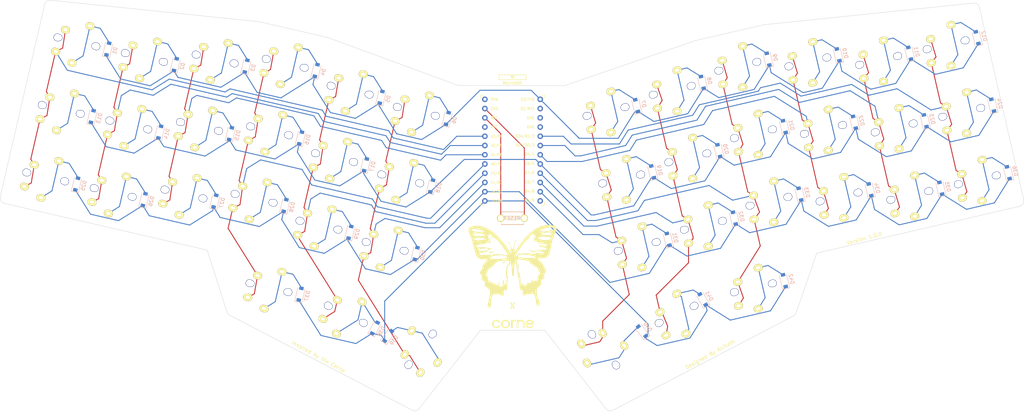
<source format=kicad_pcb>
(kicad_pcb (version 20211014) (generator pcbnew)
  (title_block (title "The Butterfly Keyboard") (date "2023-05-09") (rev "1.0.0"))
  (layers (0 "F.Cu" signal) (31 "B.Cu" signal) (34 "B.Paste" user) (35 "F.Paste" user) (36 "B.SilkS" user "B.Silkscreen") (37 "F.SilkS" user "F.Silkscreen") (38 "B.Mask" user) (39 "F.Mask" user) (44 "Edge.Cuts" user))
  (net 0 "")
  (net 1 "Net-(D1-Pad2)")
  (net 2 "Net-(D2-Pad2)")
  (net 3 "Net-(D3-Pad2)")
  (net 4 "Net-(D4-Pad2)")
  (net 5 "Net-(D5-Pad2)")
  (net 6 "Net-(D6-Pad2)")
  (net 7 "Net-(D7-Pad2)")
  (net 8 "Net-(D8-Pad2)")
  (net 9 "Net-(D9-Pad2)")
  (net 10 "Net-(D10-Pad2)")
  (net 11 "Net-(D11-Pad2)")
  (net 12 "Net-(D12-Pad2)")
  (net 13 "Net-(D13-Pad2)")
  (net 14 "Net-(D14-Pad2)")
  (net 15 "Net-(D15-Pad2)")
  (net 16 "Net-(D16-Pad2)")
  (net 17 "Net-(D17-Pad2)")
  (net 18 "Net-(D18-Pad2)")
  (net 19 "Net-(D19-Pad2)")
  (net 20 "Net-(D20-Pad2)")
  (net 21 "Net-(D21-Pad2)")
  (net 22 "Net-(D22-Pad2)")
  (net 23 "Net-(D23-Pad2)")
  (net 24 "Net-(D24-Pad2)")
  (net 25 "row3")
  (net 26 "Net-(D25-Pad2)")
  (net 27 "Net-(D26-Pad2)")
  (net 28 "Net-(D27-Pad2)")
  (net 29 "Net-(D28-Pad2)")
  (net 30 "Net-(D29-Pad2)")
  (net 31 "Net-(D30-Pad2)")
  (net 32 "Net-(D31-Pad2)")
  (net 33 "Net-(D32-Pad2)")
  (net 34 "Net-(D33-Pad2)")
  (net 35 "Net-(D34-Pad2)")
  (net 36 "Net-(D35-Pad2)")
  (net 37 "Net-(D36-Pad2)")
  (net 38 "Net-(D37-Pad2)")
  (net 39 "Net-(D38-Pad2)")
  (net 40 "Net-(D39-Pad2)")
  (net 41 "Net-(D40-Pad2)")
  (net 42 "Net-(D41-Pad2)")
  (net 43 "Net-(D42-Pad2)")
  (net 44 "col1")
  (net 45 "col2")
  (net 46 "col3")
  (net 47 "col4")
  (net 48 "col5")
  (net 49 "col6")
  (net 50 "Net-(SW1-Pad1)")
  (net 51 "Net-(SW1-Pad2)")
  (net 55 "row4")
  (net 56 "col7")
  (net 57 "col8")
  (net 58 "col9")
  (net 59 "col10")
  (net 60 "col11")
  (net 61 "col12")
  (net 62 "row1")
  (net 65 "row2")
  (footprint "kbd:CherryMX_Choc_1u" (layer "F.Cu") (at 247.275596 86.456694 13)
    (fp_text reference "MX21" hide)
    (fp_text value "MX-NoLED" hide)
  )
  (footprint "kbd:CherryMX_Choc_1u" (layer "F.Cu") (at 224.964194 74.50048 13)
    (fp_text reference "MX8" hide)
    (fp_text value "MX-NoLED" hide)
  )
  (footprint "kbd:CherryMX_Choc_1u" (layer "F.Cu") (at 61.245126 61.192487 -13)
    (fp_text reference "MX1" hide)
    (fp_text value "MX-NoLED" hide)
  )
  (footprint "kbd:CherryMX_Choc_1u" (layer "F.Cu") (at 206.759554 80.33261 13)
    (fp_text reference "MX7" hide)
    (fp_text value "MX-NoLED" hide)
  )
  (footprint "kbd:CherryMX_Choc_1u" (layer "F.Cu") (at 52.674489 98.315987 -13)
    (fp_text reference "MX25" hide)
    (fp_text value "MX-NoLED" hide)
  )
  (footprint "kbd:CherryMX_Choc_1u" (layer "F.Cu") (at 127.814264 111.590227 -13)
    (fp_text reference "MX29" hide)
    (fp_text value "MX-NoLED" hide)
  )
  (footprint "kbd:CherryMX_Choc_1u" (layer "F.Cu") (at 109.966733 104.211284 -13)
    (fp_text reference "MX28" hide)
    (fp_text value "MX-NoLED" hide)
  )
  (footprint "kbd:CherryMX_Choc_1.5u" (layer "F.Cu") (at 155.773272 145.742454 52)
    (fp_text reference "MX39" hide)
    (fp_text value "MX-NoLED" hide)
  )
  (footprint "kbd:CherryMX_Choc_1u" (layer "F.Cu") (at 90.690763 103.01959 -13)
    (fp_text reference "MX27" hide)
    (fp_text value "MX-NoLED" hide)
  )
  (footprint "kbd:CherryMX_Choc_1u" (layer "F.Cu") (at 304.56784 80.561397 13)
    (fp_text reference "MX24" hide)
    (fp_text value "MX-NoLED" hide)
  )
  (footprint "kbd:CherryMX_Choc_1u" (layer "F.Cu") (at 262.266248 66.703251 13)
    (fp_text reference "MX10" hide)
    (fp_text value "MX-NoLED" hide)
  )
  (footprint "kbd:corne-logo-horizontal" (layer "F.Cu") (at 181.283284 138.853969)
    (fp_text reference "G***" hide)
    (fp_text value "LOGO" hide)
  )
  (footprint "kbd:CherryMX_Choc_1u" (layer "F.Cu") (at 135.189226 136.10248 -26)
    (fp_text reference "MX38" hide)
    (fp_text value "MX-NoLED" hide)
  )
  (footprint "kbd:CherryMX_Choc_1u" (layer "F.Cu") (at 154.589538 80.298857 -13)
    (fp_text reference "MX6" hide)
    (fp_text value "MX-NoLED" hide)
  )
  (footprint "kbd:CherryMX_Choc_1u" (layer "F.Cu") (at 79.806875 65.477806 -13)
    (fp_text reference "MX2" hide)
    (fp_text value "MX-NoLED" hide)
  )
  (footprint "kbd:CherryMX_Choc_1u" (layer "F.Cu") (at 114.252051 85.649534 -13)
    (fp_text reference "MX16" hide)
    (fp_text value "MX-NoLED" hide)
  )
  (footprint "kbd:CherryMX_Choc_1u" (layer "F.Cu") (at 300.282522 61.999647 13)
    (fp_text reference "MX12" hide)
    (fp_text value "MX-NoLED" hide)
  )
  (footprint "Graphics:butterfly_small" (layer "F.Cu") (at 181.029284 122.851969)
    (fp_text reference "Butterfly" hide)
    (fp_text value "X")
  )
  (footprint "kbd:CherryMX_Choc_1u" (layer "F.Cu") (at 146.018903 117.422356 -13)
    (fp_text reference "MX30" hide)
    (fp_text value "MX-NoLED" hide)
  )
  (footprint "kbd:CherryMX_Choc_1u" (layer "F.Cu") (at 266.551566 85.265001 13)
    (fp_text reference "MX22" hide)
    (fp_text value "MX-NoLED" hide)
  )
  (footprint "kbd:CherryMX_Choc_1u" (layer "F.Cu") (at 136.384899 74.466727 -13)
    (fp_text reference "MX5" hide)
    (fp_text value "MX-NoLED" hide)
  )
  (footprint "kbd:CherryMX_Choc_1u" (layer "F.Cu") (at 211.044871 98.89436 13)
    (fp_text reference "MX19" hide)
    (fp_text value "MX-NoLED" hide)
  )
  (footprint "kbd:CherryMX_Choc_1u" (layer "F.Cu") (at 226.159866 136.136233 26)
    (fp_text reference "MX41" hide)
    (fp_text value "MX-NoLED" hide)
  )
  (footprint "kbd:CherryMX_Choc_1u" (layer "F.Cu") (at 251.560914 105.018444 13)
    (fp_text reference "MX33" hide)
    (fp_text value "MX-NoLED" hide)
  )
  (footprint "kbd:ResetSW" (layer "F.Cu") (at 181.044578 109.671024 180)
    (fp_text reference "SW1" hide)
    (fp_text value "SW_PUSH")
  )
  (footprint "kbd:ProMicro_v3" (layer "F.Cu") (at 181.044578 91.464774)
    (fp_text reference "U1" hide)
    (fp_text value "ProMicro_r" hide)
  )
  (footprint "kbd:CherryMX_Choc_1u" (layer "F.Cu") (at 290.291408 103.408465 13)
    (fp_text reference "MX35" hide)
    (fp_text value "MX-NoLED" hide)
  )
  (footprint "kbd:CherryMX_Choc_1u" (layer "F.Cu") (at 132.09958 93.028477 -13)
    (fp_text reference "MX17" hide)
    (fp_text value "MX-NoLED" hide)
  )
  (footprint "kbd:CherryMX_Choc_1u" (layer "F.Cu") (at 270.836883 103.826751 13)
    (fp_text reference "MX34" hide)
    (fp_text value "MX-NoLED" hide)
  )
  (footprint "kbd:CherryMX_Choc_1u" (layer "F.Cu") (at 286.00609 84.846715 13)
    (fp_text reference "MX23" hide)
    (fp_text value "MX-NoLED" hide)
  )
  (footprint "kbd:CherryMX_Choc_1u" (layer "F.Cu") (at 281.720772 66.284965 13)
    (fp_text reference "MX11" hide)
    (fp_text value "MX-NoLED" hide)
  )
  (footprint "kbd:CherryMX_Choc_1u" (layer "F.Cu") (at 308.853157 99.123147 13)
    (fp_text reference "MX36" hide)
    (fp_text value "MX-NoLED" hide)
  )
  (footprint "kbd:CherryMX_Choc_1u" (layer "F.Cu") (at 75.521557 84.039554 -13)
    (fp_text reference "MX14" hide)
    (fp_text value "MX-NoLED" hide)
  )
  (footprint "kbd:CherryMX_Choc_1u" (layer "F.Cu") (at 215.330189 117.45611 13)
    (fp_text reference "MX31" hide)
    (fp_text value "MX-NoLED" hide)
  )
  (footprint "kbd:CherryMX_Choc_1u" (layer "F.Cu") (at 118.537368 67.087783 -13)
    (fp_text reference "MX4" hide)
    (fp_text value "MX-NoLED" hide)
  )
  (footprint "kbd:CherryMX_Choc_1u" (layer "F.Cu") (at 94.976082 84.457842 -13)
    (fp_text reference "MX15" hide)
    (fp_text value "MX-NoLED" hide)
  )
  (footprint "kbd:CherryMX_Choc_1u" (layer "F.Cu") (at 71.23624 102.601305 -13)
    (fp_text reference "MX26" hide)
    (fp_text value "MX-NoLED" hide)
  )
  (footprint "kbd:CherryMX_Choc_1u" (layer "F.Cu") (at 229.249511 93.06223 13)
    (fp_text reference "MX20" hide)
    (fp_text value "MX-NoLED" hide)
  )
  (footprint "kbd:CherryMX_Choc_1u" (layer "F.Cu") (at 56.959808 79.754238 -13)
    (fp_text reference "MX13" hide)
    (fp_text value "MX-NoLED" hide)
  )
  (footprint "kbd:CherryMX_Choc_1u" (layer "F.Cu") (at 150.304221 98.860607 -13)
    (fp_text reference "MX18" hide)
    (fp_text value "MX-NoLED" hide)
  )
  (footprint "kbd:CherryMX_Choc_1u" (layer "F.Cu") (at 242.990279 67.894944 13)
    (fp_text reference "MX9" hide)
    (fp_text value "MX-NoLED" hide)
  )
  (footprint "kbd:CherryMX_Choc_1u" (layer "F.Cu") (at 99.261399 65.896092 -13)
    (fp_text reference "MX3" hide)
    (fp_text value "MX-NoLED" hide)
  )
  (footprint "kbd:CherryMX_Choc_1u" (layer "F.Cu") (at 233.534829 111.62398 13)
    (fp_text reference "MX32" hide)
    (fp_text value "MX-NoLED" hide)
  )
  (footprint "kbd:CherryMX_Choc_1.5u" (layer "F.Cu") (at 206.175284 145.838969 -52)
    (fp_text reference "MX40" hide)
    (fp_text value "MX-NoLED" hide)
  )
  (footprint "kbd:CherryMX_Choc_1u" (layer "F.Cu") (at 247.279576 128.816477 13)
    (fp_text reference "MX42" hide)
    (fp_text value "MX-NoLED" hide)
  )
  (footprint "kbd:CherryMX_Choc_1u" (layer "F.Cu") (at 114.069515 128.782724 -13)
    (fp_text reference "MX37" hide)
    (fp_text value "MX-NoLED" hide)
  )
  (footprint "Diode_SMD:D_SOD-123" (layer "B.Cu") (at 127.044837 69.051888 77)
    (fp_text reference "D4")
    (fp_text value "D_Small")
  )
  (footprint "Diode_SMD:D_SOD-123" (layer "B.Cu") (at 242.042298 109.659876 103)
    (fp_text reference "D32")
    (fp_text value "D_Small")
  )
  (footprint "Diode_SMD:D_SOD-123" (layer "B.Cu") (at 255.783065 84.49259 103)
    (fp_text reference "D21")
    (fp_text value "D_Small")
  )
  (footprint "Diode_SMD:D_SOD-123" (layer "B.Cu") (at 219.55234 96.930256 103)
    (fp_text reference "D19")
    (fp_text value "D_Small")
  )
  (footprint "Diode_SMD:D_SOD-123" (layer "B.Cu") (at 290.228241 64.320861 103)
    (fp_text reference "D11")
    (fp_text value "D_Small")
  )
  (footprint "Diode_SMD:D_SOD-123" (layer "B.Cu") (at 215.152827 78.720722 103)
    (fp_text reference "D7")
    (fp_text value "D_Small")
  )
  (footprint "Diode_SMD:D_SOD-123" (layer "B.Cu") (at 154.526372 119.386461 77)
    (fp_text reference "D30")
    (fp_text value "D_Small")
  )
  (footprint "Diode_SMD:D_SOD-123" (layer "B.Cu") (at 294.513559 82.882611 103)
    (fp_text reference "D23")
    (fp_text value "D_Small")
  )
  (footprint "Diode_SMD:D_SOD-123" (layer "B.Cu") (at 144.892366 76.430831 77)
    (fp_text reference "D5")
    (fp_text value "D_Small")
  )
  (footprint "Diode_SMD:D_SOD-123" (layer "B.Cu") (at 313.075308 78.597293 103)
    (fp_text reference "D24")
    (fp_text value "D_Small")
  )
  (footprint "Diode_SMD:D_SOD-123" (layer "B.Cu") (at 317.360626 97.159043 103)
    (fp_text reference "D36")
    (fp_text value "D_Small")
  )
  (footprint "Diode_SMD:D_SOD-123" (layer "B.Cu") (at 216.64125 140.777665 128)
    (fp_text reference "D40")
    (fp_text value "D_Small")
  )
  (footprint "Diode_SMD:D_SOD-123" (layer "B.Cu") (at 143.182496 139.870395 63)
    (fp_text reference "D38")
    (fp_text value "D_Small")
  )
  (footprint "Diode_SMD:D_SOD-123" (layer "B.Cu") (at 308.789991 60.035544 103)
    (fp_text reference "D12")
    (fp_text value "D_Small")
  )
  (footprint "Diode_SMD:D_SOD-123" (layer "B.Cu") (at 99.198233 104.983695 77)
    (fp_text reference "D27")
    (fp_text value "D_Small")
  )
  (footprint "Diode_SMD:D_SOD-123" (layer "B.Cu") (at 122.759519 87.613637 77)
    (fp_text reference "D16")
    (fp_text value "D_Small")
  )
  (footprint "Diode_SMD:D_SOD-123" (layer "B.Cu") (at 136.321732 113.554329 77)
    (fp_text reference "D29")
    (fp_text value "D_Small")
  )
  (footprint "Diode_SMD:D_SOD-123" (layer "B.Cu") (at 122.619163 130.564133 77)
    (fp_text reference "D37")
    (fp_text value "D_Small")
  )
  (footprint "Diode_SMD:D_SOD-123" (layer "B.Cu") (at 275.059034 83.300897 103)
    (fp_text reference "D22")
    (fp_text value "D_Small")
  )
  (footprint "Diode_SMD:D_SOD-123" (layer "B.Cu") (at 233.228907 72.33174 103)
    (fp_text reference "D8")
    (fp_text value "D_Small")
  )
  (footprint "Diode_SMD:D_SOD-123" (layer "B.Cu") (at 233.358264 132.030465 119)
    (fp_text reference "D41")
    (fp_text value "D_Small")
  )
  (footprint "Diode_SMD:D_SOD-123" (layer "B.Cu") (at 163.097007 82.262961 77)
    (fp_text reference "D6")
    (fp_text value "D_Small")
  )
  (footprint "Diode_SMD:D_SOD-123" (layer "B.Cu") (at 279.344352 101.862647 103)
    (fp_text reference "D34")
    (fp_text value "D_Small")
  )
  (footprint "Diode_SMD:D_SOD-123" (layer "B.Cu") (at 107.768868 67.860196 77)
    (fp_text reference "D3")
    (fp_text value "D_Small")
  )
  (footprint "Diode_SMD:D_SOD-123" (layer "B.Cu") (at 298.798876 101.444361 103)
    (fp_text reference "D35")
    (fp_text value "D_Small")
  )
  (footprint "Diode_SMD:D_SOD-123" (layer "B.Cu") (at 255.787045 126.852373 103)
    (fp_text reference "D42")
    (fp_text value "D_Small")
  )
  (footprint "Diode_SMD:D_SOD-123" (layer "B.Cu") (at 158.811689 100.824711 77)
    (fp_text reference "D18")
    (fp_text value "D_Small")
  )
  (footprint "Diode_SMD:D_SOD-123" (layer "B.Cu") (at 65.467275 81.718341 77)
    (fp_text reference "D13")
    (fp_text value "D_Small")
  )
  (footprint "Diode_SMD:D_SOD-123" (layer "B.Cu") (at 223.837658 115.492006 103)
    (fp_text reference "D31")
    (fp_text value "D_Small")
  )
  (footprint "Diode_SMD:D_SOD-123" (layer "B.Cu") (at 61.181959 100.280091 77)
    (fp_text reference "D25")
    (fp_text value "D_Small")
  )
  (footprint "Diode_SMD:D_SOD-123" (layer "B.Cu") (at 103.483549 86.421945 77)
    (fp_text reference "D15")
    (fp_text value "D_Small")
  )
  (footprint "Diode_SMD:D_SOD-123" (layer "B.Cu") (at 88.314343 67.441909 77)
    (fp_text reference "D2")
    (fp_text value "D_Small")
  )
  (footprint "Diode_SMD:D_SOD-123" (layer "B.Cu") (at 140.60705 94.992581 77)
    (fp_text reference "D17")
    (fp_text value "D_Small")
  )
  (footprint "Diode_SMD:D_SOD-123" (layer "B.Cu") (at 251.304988 65.942757 103)
    (fp_text reference "D9")
    (fp_text value "D_Small")
  )
  (footprint "Diode_SMD:D_SOD-123" (layer "B.Cu") (at 237.75698 91.098126 103)
    (fp_text reference "D20")
    (fp_text value "D_Small")
  )
  (footprint "Diode_SMD:D_SOD-123" (layer "B.Cu") (at 118.474202 106.175388 77)
    (fp_text reference "D28")
    (fp_text value "D_Small")
  )
  (footprint "Diode_SMD:D_SOD-123" (layer "B.Cu") (at 270.580957 64.751064 103)
    (fp_text reference "D10")
    (fp_text value "D_Small")
  )
  (footprint "Diode_SMD:D_SOD-123" (layer "B.Cu") (at 260.068383 103.05434 103)
    (fp_text reference "D33")
    (fp_text value "D_Small")
  )
  (footprint "Diode_SMD:D_SOD-123" (layer "B.Cu") (at 69.752594 63.156591 77)
    (fp_text reference "D1")
    (fp_text value "D_Small")
  )
  (footprint "Diode_SMD:D_SOD-123" (layer "B.Cu") (at 84.029025 86.003659 77)
    (fp_text reference "D14")
    (fp_text value "D_Small")
  )
  (footprint "Diode_SMD:D_SOD-123" (layer "B.Cu") (at 79.743709 104.565409 77)
    (fp_text reference "D26")
    (fp_text value "D_Small")
  )
  (footprint "Diode_SMD:D_SOD-123" (layer "B.Cu") (at 146.849506 142.052983 54)
    (fp_text reference "D39")
    (fp_text value "D_Small")
  )
  (gr_line (start 264.701862 119.278981) (end 320.473059 106.403655) (layer "Edge.Cuts") (width 0.1))
  (gr_line (start 111.433018 55.655325) (end 54.272244 49.764848) (layer "Edge.Cuts") (width 0.1))
  (gr_line (start 41.410308 105.625478) (end 97.08945 118.455755) (layer "Edge.Cuts") (width 0.1))
  (gr_line (start 130.144647 59.964496) (end 111.433018 55.655325) (layer "Edge.Cuts") (width 0.1))
  (gr_line (start 52.368322 50.956325) (end 40.187558 103.742609) (layer "Edge.Cuts") (width 0.1))
  (gr_line (start 208.688093 162.469401) (end 258.335343 136.509016) (layer "Edge.Cuts") (width 0.1))
  (gr_line (start 231.531362 60.785492) (end 195.38055 73.208613) (layer "Edge.Cuts") (width 0.1))
  (gr_line (start 155.412835 161.999333) (end 172.239351 140.457881) (layer "Edge.Cuts") (width 0.1))
  (gr_line (start 166.170018 73.181325) (end 130.144647 59.964496) (layer "Edge.Cuts") (width 0.1))
  (gr_line (start 321.595591 104.459374) (end 309.437244 51.771605) (layer "Edge.Cuts") (width 0.1))
  (gr_line (start 189.885662 140.456095) (end 206.783661 162.112735) (layer "Edge.Cuts") (width 0.1))
  (gr_arc (start 259.115814 135.42806) (mid 258.844564 136.054449) (end 258.335343 136.509016) (layer "Edge.Cuts") (width 0.1))
  (gr_arc (start 307.554375 50.548857) (mid 308.74908 50.770252) (end 309.437244 51.771605) (layer "Edge.Cuts") (width 0.1))
  (gr_line (start 250.252936 56.459688) (end 231.531362 60.785492) (layer "Edge.Cuts") (width 0.1))
  (gr_line (start 97.08945 118.455755) (end 102.481153 135.376104) (layer "Edge.Cuts") (width 0.1))
  (gr_line (start 103.341188 136.3949) (end 153.544791 162.513611) (layer "Edge.Cuts") (width 0.1))
  (gr_line (start 172.239351 140.457881) (end 189.885662 140.456095) (layer "Edge.Cuts") (width 0.1))
  (gr_arc (start 103.341188 136.3949) (mid 102.799037 135.980164) (end 102.481153 135.376104) (layer "Edge.Cuts") (width 0.1))
  (gr_arc (start 41.410308 105.625478) (mid 40.408988 104.93728) (end 40.187558 103.742609) (layer "Edge.Cuts") (width 0.1))
  (gr_arc (start 52.368322 50.95455) (mid 53.073887 49.965383) (end 54.272244 49.764848) (layer "Edge.Cuts") (width 0.1))
  (gr_line (start 195.38055 73.208613) (end 166.170018 73.181325) (layer "Edge.Cuts") (width 0.1))
  (gr_arc (start 321.595591 104.459374) (mid 321.43701 105.664011) (end 320.473059 106.403655) (layer "Edge.Cuts") (width 0.1))
  (gr_line (start 259.115814 135.42806) (end 264.701862 119.278981) (layer "Edge.Cuts") (width 0.1))
  (gr_line (start 307.554375 50.548857) (end 250.252936 56.459688) (layer "Edge.Cuts") (width 0.1))
  (gr_arc (start 208.688093 162.469401) (mid 207.675155 162.615303) (end 206.783661 162.112735) (layer "Edge.Cuts") (width 0.1))
  (gr_arc (start 155.412835 161.999333) (mid 154.566369 162.574525) (end 153.544791 162.513611) (layer "Edge.Cuts") (width 0.1))
  (gr_text "Designed By Aniketh\n" (at 235.385284 147.108969 29) (layer "F.SilkS") (effects (font (size 1 1))))
  (gr_text "Version 1.0.0" (at 277.803284 115.231969 15) (layer "F.SilkS") (effects (font (size 1 1))))
  (gr_text "Inspired by the Corne\n" (at 127.689284 147.743969 -29) (layer "F.SilkS") (effects (font (size 1 1))))
  (segment (start 64.862777 56.814064) (end 67.675051 57.463328) (width 0.25) (layer "B.Cu") (net 1))
  (segment (start 62.96419 65.037747) (end 64.862777 56.814064) (width 0.25) (layer "B.Cu") (net 1))
  (segment (start 67.675051 57.463328) (end 70.151882 61.427085) (width 0.25) (layer "B.Cu") (net 1))
  (segment (start 59.917913 66.941271) (end 62.96419 65.037747) (width 0.25) (layer "B.Cu") (net 1))
  (segment (start 83.424525 61.099381) (end 86.236802 61.748646) (width 0.25) (layer "B.Cu") (net 2))
  (segment (start 78.479664 71.226589) (end 81.525939 69.323063) (width 0.25) (layer "B.Cu") (net 2))
  (segment (start 81.525939 69.323063) (end 83.424525 61.099381) (width 0.25) (layer "B.Cu") (net 2))
  (segment (start 86.236802 61.748646) (end 88.713631 65.712402) (width 0.25) (layer "B.Cu") (net 2))
  (segment (start 102.879051 61.517668) (end 105.691326 62.166931) (width 0.25) (layer "B.Cu") (net 3))
  (segment (start 97.934187 71.644874) (end 100.980464 69.741351) (width 0.25) (layer "B.Cu") (net 3))
  (segment (start 100.980464 69.741351) (end 102.879051 61.517668) (width 0.25) (layer "B.Cu") (net 3))
  (segment (start 105.691326 62.166931) (end 108.168156 66.130689) (width 0.25) (layer "B.Cu") (net 3))
  (segment (start 117.210156 72.836568) (end 120.256433 70.933044) (width 0.25) (layer "B.Cu") (net 4))
  (segment (start 120.256433 70.933044) (end 122.15502 62.70936) (width 0.25) (layer "B.Cu") (net 4))
  (segment (start 124.967295 63.358625) (end 127.444125 67.322382) (width 0.25) (layer "B.Cu") (net 4))
  (segment (start 122.15502 62.70936) (end 124.967295 63.358625) (width 0.25) (layer "B.Cu") (net 4))
  (segment (start 140.002549 70.088303) (end 142.814826 70.737568) (width 0.25) (layer "B.Cu") (net 5))
  (segment (start 138.103962 78.311986) (end 140.002549 70.088303) (width 0.25) (layer "B.Cu") (net 5))
  (segment (start 135.057688 80.215511) (end 138.103962 78.311986) (width 0.25) (layer "B.Cu") (net 5))
  (segment (start 142.814826 70.737568) (end 145.291656 74.701324) (width 0.25) (layer "B.Cu") (net 5))
  (segment (start 156.308603 84.144116) (end 158.20719 75.920433) (width 0.25) (layer "B.Cu") (net 6))
  (segment (start 161.019465 76.569698) (end 163.496296 80.533454) (width 0.25) (layer "B.Cu") (net 6))
  (segment (start 158.20719 75.920433) (end 161.019465 76.569698) (width 0.25) (layer "B.Cu") (net 6))
  (segment (start 153.262327 86.04764) (end 156.308603 84.144116) (width 0.25) (layer "B.Cu") (net 6))
  (segment (start 210.287202 74.304564) (end 214.781658 77.113012) (width 0.25) (layer "B.Cu") (net 7))
  (segment (start 208.086765 86.081394) (end 209.990289 83.035118) (width 0.25) (layer "B.Cu") (net 7))
  (segment (start 209.990289 83.035118) (end 208.091702 74.811435) (width 0.25) (layer "B.Cu") (net 7))
  (segment (start 208.091702 74.811435) (end 210.287202 74.304564) (width 0.25) (layer "B.Cu") (net 7))
  (segment (start 226.291405 80.249264) (end 228.194929 77.202988) (width 0.25) (layer "B.Cu") (net 8))
  (segment (start 228.194929 77.202988) (end 226.296342 68.979305) (width 0.25) (layer "B.Cu") (net 8))
  (segment (start 229.048694 68.343874) (end 232.857738 70.724029) (width 0.25) (layer "B.Cu") (net 8))
  (segment (start 226.296342 68.979305) (end 229.048694 68.343874) (width 0.25) (layer "B.Cu") (net 8))
  (segment (start 246.221014 70.597452) (end 244.322427 62.373768) (width 0.25) (layer "B.Cu") (net 9))
  (segment (start 244.31749 73.643727) (end 246.221014 70.597452) (width 0.25) (layer "B.Cu") (net 9))
  (segment (start 244.322427 62.373768) (end 246.858226 61.788333) (width 0.25) (layer "B.Cu") (net 9))
  (segment (start 246.858226 61.788333) (end 250.933819 64.335046) (width 0.25) (layer "B.Cu") (net 9))
  (segment (start 265.496984 69.405759) (end 263.598397 61.182076) (width 0.25) (layer "B.Cu") (net 10))
  (segment (start 266.134195 60.596641) (end 270.209788 63.143354) (width 0.25) (layer "B.Cu") (net 10))
  (segment (start 263.598397 61.182076) (end 266.134195 60.596641) (width 0.25) (layer "B.Cu") (net 10))
  (segment (start 263.593459 72.452035) (end 265.496984 69.405759) (width 0.25) (layer "B.Cu") (net 10))
  (segment (start 285.7434 60.142643) (end 289.857072 62.713151) (width 0.25) (layer "B.Cu") (net 11))
  (segment (start 283.052921 60.763789) (end 285.7434 60.142643) (width 0.25) (layer "B.Cu") (net 11))
  (segment (start 283.047984 72.033748) (end 284.951508 68.987473) (width 0.25) (layer "B.Cu") (net 11))
  (segment (start 284.951508 68.987473) (end 283.052921 60.763789) (width 0.25) (layer "B.Cu") (net 11))
  (segment (start 303.513258 64.702155) (end 301.614671 56.478472) (width 0.25) (layer "B.Cu") (net 12))
  (segment (start 304.30515 55.857326) (end 308.418822 58.427833) (width 0.25) (layer "B.Cu") (net 12))
  (segment (start 301.614671 56.478472) (end 304.30515 55.857326) (width 0.25) (layer "B.Cu") (net 12))
  (segment (start 301.609733 67.748431) (end 303.513258 64.702155) (width 0.25) (layer "B.Cu") (net 12))
  (segment (start 58.678871 83.599497) (end 60.577458 75.375812) (width 0.25) (layer "B.Cu") (net 13))
  (segment (start 55.632597 85.50302) (end 58.678871 83.599497) (width 0.25) (layer "B.Cu") (net 13))
  (segment (start 63.389735 76.025077) (end 65.866564 79.988835) (width 0.25) (layer "B.Cu") (net 13))
  (segment (start 60.577458 75.375812) (end 63.389735 76.025077) (width 0.25) (layer "B.Cu") (net 13))
  (segment (start 74.194346 89.788339) (end 77.240622 87.884814) (width 0.25) (layer "B.Cu") (net 14))
  (segment (start 77.240622 87.884814) (end 79.139209 79.661131) (width 0.25) (layer "B.Cu") (net 14))
  (segment (start 81.951484 80.310396) (end 84.428314 84.274152) (width 0.25) (layer "B.Cu") (net 14))
  (segment (start 79.139209 79.661131) (end 81.951484 80.310396) (width 0.25) (layer "B.Cu") (net 14))
  (segment (start 101.406009 80.728682) (end 103.882838 84.692439) (width 0.25) (layer "B.Cu") (net 15))
  (segment (start 98.593732 80.079417) (end 101.406009 80.728682) (width 0.25) (layer "B.Cu") (net 15))
  (segment (start 93.648871 90.206625) (end 96.695146 88.3031) (width 0.25) (layer "B.Cu") (net 15))
  (segment (start 96.695146 88.3031) (end 98.593732 80.079417) (width 0.25) (layer "B.Cu") (net 15))
  (segment (start 117.869701 81.27111) (end 120.681977 81.920375) (width 0.25) (layer "B.Cu") (net 16))
  (segment (start 115.971115 89.494793) (end 117.869701 81.27111) (width 0.25) (layer "B.Cu") (net 16))
  (segment (start 120.681977 81.920375) (end 123.158807 85.88413) (width 0.25) (layer "B.Cu") (net 16))
  (segment (start 112.924839 91.398317) (end 115.971115 89.494793) (width 0.25) (layer "B.Cu") (net 16))
  (segment (start 130.772369 98.77726) (end 133.818646 96.873736) (width 0.25) (layer "B.Cu") (net 17))
  (segment (start 133.818646 96.873736) (end 135.717233 88.650053) (width 0.25) (layer "B.Cu") (net 17))
  (segment (start 138.529507 89.299317) (end 141.006338 93.263074) (width 0.25) (layer "B.Cu") (net 17))
  (segment (start 135.717233 88.650053) (end 138.529507 89.299317) (width 0.25) (layer "B.Cu") (net 17))
  (segment (start 156.734148 95.131448) (end 159.210977 99.095204) (width 0.25) (layer "B.Cu") (net 18))
  (segment (start 148.97701 104.60939) (end 152.023285 102.705866) (width 0.25) (layer "B.Cu") (net 18))
  (segment (start 152.023285 102.705866) (end 153.921872 94.482182) (width 0.25) (layer "B.Cu") (net 18))
  (segment (start 153.921872 94.482182) (end 156.734148 95.131448) (width 0.25) (layer "B.Cu") (net 18))
  (segment (start 215.067499 92.752038) (end 219.181171 95.322546) (width 0.25) (layer "B.Cu") (net 19))
  (segment (start 214.275607 101.596868) (end 212.37702 93.373185) (width 0.25) (layer "B.Cu") (net 19))
  (segment (start 212.372083 104.643144) (end 214.275607 101.596868) (width 0.25) (layer "B.Cu") (net 19))
  (segment (start 212.37702 93.373185) (end 215.067499 92.752038) (width 0.25) (layer "B.Cu") (net 19))
  (segment (start 232.480247 95.764738) (end 230.58166 87.541054) (width 0.25) (layer "B.Cu") (net 20))
  (segment (start 233.272139 86.919908) (end 237.385811 89.490416) (width 0.25) (layer "B.Cu") (net 20))
  (segment (start 230.58166 87.541054) (end 233.272139 86.919908) (width 0.25) (layer "B.Cu") (net 20))
  (segment (start 230.576723 98.811013) (end 232.480247 95.764738) (width 0.25) (layer "B.Cu") (net 20))
  (segment (start 250.506332 89.159202) (end 248.607745 80.935518) (width 0.25) (layer "B.Cu") (net 21))
  (segment (start 251.298224 80.314372) (end 255.411896 82.884879) (width 0.25) (layer "B.Cu") (net 21))
  (segment (start 248.607745 80.935518) (end 251.298224 80.314372) (width 0.25) (layer "B.Cu") (net 21))
  (segment (start 248.602808 92.205477) (end 250.506332 89.159202) (width 0.25) (layer "B.Cu") (net 21))
  (segment (start 270.574194 79.122679) (end 274.687865 81.693187) (width 0.25) (layer "B.Cu") (net 22))
  (segment (start 267.883714 79.743826) (end 270.574194 79.122679) (width 0.25) (layer "B.Cu") (net 22))
  (segment (start 267.878777 91.013785) (end 269.782301 87.967509) (width 0.25) (layer "B.Cu") (net 22))
  (segment (start 269.782301 87.967509) (end 267.883714 79.743826) (width 0.25) (layer "B.Cu") (net 22))
  (segment (start 287.333301 90.595498) (end 289.236825 87.549223) (width 0.25) (layer "B.Cu") (net 23))
  (segment (start 290.028718 78.704393) (end 294.142389 81.2749) (width 0.25) (layer "B.Cu") (net 23))
  (segment (start 289.236825 87.549223) (end 287.338239 79.325539) (width 0.25) (layer "B.Cu") (net 23))
  (segment (start 287.338239 79.325539) (end 290.028718 78.704393) (width 0.25) (layer "B.Cu") (net 23))
  (segment (start 308.590468 74.419075) (end 312.704139 76.989583) (width 0.25) (layer "B.Cu") (net 24))
  (segment (start 305.895051 86.310181) (end 307.798575 83.263905) (width 0.25) (layer "B.Cu") (net 24))
  (segment (start 307.798575 83.263905) (end 305.899988 75.040222) (width 0.25) (layer "B.Cu") (net 24))
  (segment (start 305.899988 75.040222) (end 308.590468 74.419075) (width 0.25) (layer "B.Cu") (net 24))
  (segment (start 92.239187 111.555947) (end 98.598288 107.582339) (width 0.25) (layer "B.Cu") (net 25))
  (segment (start 224.208827 117.099717) (end 223.374523 117.292331) (width 0.25) (layer "B.Cu") (net 25))
  (segment (start 218.662551 124.833062) (end 207.834863 127.332831) (width 0.25) (layer "B.Cu") (net 25))
  (segment (start 173.435978 102.386774) (end 154.644387 121.178365) (width 0.25) (layer "B.Cu") (net 25))
  (segment (start 228.99112 120.088025) (end 224.208827 117.099717) (width 0.25) (layer "B.Cu") (net 25))
  (segment (start 72.686324 110.351131) (end 79.372539 106.17312) (width 0.25) (layer "B.Cu") (net 25))
  (segment (start 246.243799 113.661044) (end 242.413467 111.267587) (width 0.25) (layer "B.Cu") (net 25))
  (segment (start 261.139712 107.694777) (end 260.439552 104.66205) (width 0.25) (layer "B.Cu") (net 25))
  (segment (start 238.235456 117.953802) (end 228.99112 120.088025) (width 0.25) (layer "B.Cu") (net 25))
  (segment (start 153.86043 121.178365) (end 154.155202 120.994171) (width 0.25) (layer "B.Cu") (net 25))
  (segment (start 117.578878 110.053462) (end 122.390086 117.753004) (width 0.25) (layer "B.Cu") (net 25))
  (segment (start 267.900885 111.919627) (end 261.139712 107.694777) (width 0.25) (layer "B.Cu") (net 25))
  (segment (start 122.390086 117.753004) (end 129.264348 119.340052) (width 0.25) (layer "B.Cu") (net 25))
  (segment (start 280.594236 107.276491) (end 279.715521 103.470358) (width 0.25) (layer "B.Cu") (net 25))
  (segment (start 275.53751 110.156573) (end 267.900885 111.919627) (width 0.25) (layer "B.Cu") (net 25))
  (segment (start 64.9888 108.574016) (end 72.686324 110.351131) (width 0.25) (layer "B.Cu") (net 25))
  (segment (start 317.731795 98.766754) (end 313.553784 105.452969) (width 0.25) (layer "B.Cu") (net 25))
  (segment (start 60.810789 101.887802) (end 64.9888 108.574016) (width 0.25) (layer "B.Cu") (net 25))
  (segment (start 242.413467 111.267587) (end 238.235456 117.953802) (width 0.25) (layer "B.Cu") (net 25))
  (segment (start 140.594725 123.585133) (end 147.468987 125.172182) (width 0.25) (layer "B.Cu") (net 25))
  (segment (start 135.950563 115.162041) (end 135.783517 115.885592) (width 0.25) (layer "B.Cu") (net 25))
  (segment (start 111.416817 111.961109) (end 118.103032 107.783098) (width 0.25) (layer "B.Cu") (net 25))
  (segment (start 81.134048 108.992124) (end 92.239187 111.555947) (width 0.25) (layer "B.Cu") (net 25))
  (segment (start 207.834863 127.332831) (end 182.888806 102.386774) (width 0.25) (layer "B.Cu") (net 25))
  (segment (start 135.783517 115.885592) (end 140.594725 123.585133) (width 0.25) (layer "B.Cu") (net 25))
  (segment (start 118.103032 107.783098) (end 117.578878 110.053462) (width 0.25) (layer "B.Cu") (net 25))
  (segment (start 154.644387 121.178365) (end 153.86043 121.178365) (width 0.25) (layer "B.Cu") (net 25))
  (segment (start 299.170045 103.052071) (end 294.992034 109.738286) (width 0.25) (layer "B.Cu") (net 25))
  (segment (start 100.625669 109.469777) (end 111.416817 111.961109) (width 0.25) (layer "B.Cu") (net 25))
  (segment (start 98.827064 106.591406) (end 100.625669 109.469777) (width 0.25) (layer "B.Cu") (net 25))
  (segment (start 182.888806 102.386774) (end 173.435978 102.386774) (width 0.25) (layer "B.Cu") (net 25))
  (segment (start 223.374523 117.292331) (end 218.662551 124.833062) (width 0.25) (layer "B.Cu") (net 25))
  (segment (start 313.553784 105.452969) (end 305.856261 107.230082) (width 0.25) (layer "B.Cu") (net 25))
  (segment (start 305.856261 107.230082) (end 299.170045 103.052071) (width 0.25) (layer "B.Cu") (net 25))
  (segment (start 129.264348 119.340052) (end 135.950563 115.162041) (width 0.25) (layer "B.Cu") (net 25))
  (segment (start 287.355409 111.50134) (end 280.594236 107.276491) (width 0.25) (layer "B.Cu") (net 25))
  (segment (start 256.261541 111.348265) (end 246.243799 113.661044) (width 0.25) (layer "B.Cu") (net 25))
  (segment (start 147.468987 125.172182) (end 153.86043 121.178365) (width 0.25) (layer "B.Cu") (net 25))
  (segment (start 294.992034 109.738286) (end 287.355409 111.50134) (width 0.25) (layer "B.Cu") (net 25))
  (segment (start 279.715521 103.470358) (end 275.53751 110.156573) (width 0.25) (layer "B.Cu") (net 25))
  (segment (start 98.598288 107.582339) (end 98.827064 106.591406) (width 0.25) (layer "B.Cu") (net 25))
  (segment (start 260.439552 104.66205) (end 256.261541 111.348265) (width 0.25) (layer "B.Cu") (net 25))
  (segment (start 79.372539 106.17312) (end 81.134048 108.992124) (width 0.25) (layer "B.Cu") (net 25))
  (segment (start 51.347279 104.064771) (end 54.393555 102.161247) (width 0.25) (layer "B.Cu") (net 26))
  (segment (start 56.292142 93.937563) (end 59.104416 94.586828) (width 0.25) (layer "B.Cu") (net 26))
  (segment (start 59.104416 94.586828) (end 61.581247 98.550584) (width 0.25) (layer "B.Cu") (net 26))
  (segment (start 54.393555 102.161247) (end 56.292142 93.937563) (width 0.25) (layer "B.Cu") (net 26))
  (segment (start 74.853891 98.222881) (end 77.666166 98.872146) (width 0.25) (layer "B.Cu") (net 27))
  (segment (start 77.666166 98.872146) (end 80.142997 102.835902) (width 0.25) (layer "B.Cu") (net 27))
  (segment (start 69.909028 108.350088) (end 72.955304 106.446564) (width 0.25) (layer "B.Cu") (net 27))
  (segment (start 72.955304 106.446564) (end 74.853891 98.222881) (width 0.25) (layer "B.Cu") (net 27))
  (segment (start 89.363552 108.768375) (end 92.409829 106.864851) (width 0.25) (layer "B.Cu") (net 28))
  (segment (start 97.12069 99.290432) (end 99.597521 103.254188) (width 0.25) (layer "B.Cu") (net 28))
  (segment (start 92.409829 106.864851) (end 94.308416 98.641167) (width 0.25) (layer "B.Cu") (net 28))
  (segment (start 94.308416 98.641167) (end 97.12069 99.290432) (width 0.25) (layer "B.Cu") (net 28))
  (segment (start 111.685798 108.056543) (end 113.584385 99.83286) (width 0.25) (layer "B.Cu") (net 29))
  (segment (start 116.39666 100.482125) (end 118.87349 104.445881) (width 0.25) (layer "B.Cu") (net 29))
  (segment (start 108.639522 109.960067) (end 111.685798 108.056543) (width 0.25) (layer "B.Cu") (net 29))
  (segment (start 113.584385 99.83286) (end 116.39666 100.482125) (width 0.25) (layer "B.Cu") (net 29))
  (segment (start 134.244191 107.861067) (end 136.72102 111.824822) (width 0.25) (layer "B.Cu") (net 30))
  (segment (start 126.487052 117.33901) (end 129.533327 115.435485) (width 0.25) (layer "B.Cu") (net 30))
  (segment (start 131.431914 107.211802) (end 134.244191 107.861067) (width 0.25) (layer "B.Cu") (net 30))
  (segment (start 129.533327 115.435485) (end 131.431914 107.211802) (width 0.25) (layer "B.Cu") (net 30))
  (segment (start 144.691691 123.17114) (end 147.737968 121.267616) (width 0.25) (layer "B.Cu") (net 31))
  (segment (start 147.737968 121.267616) (end 149.636555 113.043932) (width 0.25) (layer "B.Cu") (net 31))
  (segment (start 149.636555 113.043932) (end 152.44883 113.693197) (width 0.25) (layer "B.Cu") (net 31))
  (segment (start 152.44883 113.693197) (end 154.92566 117.656954) (width 0.25) (layer "B.Cu") (net 31))
  (segment (start 216.662338 111.934934) (end 219.352817 111.313788) (width 0.25) (layer "B.Cu") (net 32))
  (segment (start 219.352817 111.313788) (end 223.466488 113.884295) (width 0.25) (layer "B.Cu") (net 32))
  (segment (start 218.560925 120.158618) (end 216.662338 111.934934) (width 0.25) (layer "B.Cu") (net 32))
  (segment (start 216.6574 123.204893) (end 218.560925 120.158618) (width 0.25) (layer "B.Cu") (net 32))
  (segment (start 236.765564 114.326488) (end 234.866978 106.102804) (width 0.25) (layer "B.Cu") (net 33))
  (segment (start 234.86204 117.372763) (end 236.765564 114.326488) (width 0.25) (layer "B.Cu") (net 33))
  (segment (start 234.866978 106.102804) (end 237.557457 105.481658) (width 0.25) (layer "B.Cu") (net 33))
  (segment (start 237.557457 105.481658) (end 241.671128 108.052165) (width 0.25) (layer "B.Cu") (net 33))
  (segment (start 252.888125 110.767227) (end 254.79165 107.720951) (width 0.25) (layer "B.Cu") (net 34))
  (segment (start 254.79165 107.720951) (end 252.893063 99.497268) (width 0.25) (layer "B.Cu") (net 34))
  (segment (start 255.583542 98.876122) (end 259.697213 101.446629) (width 0.25) (layer "B.Cu") (net 34))
  (segment (start 252.893063 99.497268) (end 255.583542 98.876122) (width 0.25) (layer "B.Cu") (net 34))
  (segment (start 274.067619 106.529259) (end 272.169032 98.305575) (width 0.25) (layer "B.Cu") (net 35))
  (segment (start 274.859511 97.684429) (end 278.973183 100.254936) (width 0.25) (layer "B.Cu") (net 35))
  (segment (start 272.164095 109.575534) (end 274.067619 106.529259) (width 0.25) (layer "B.Cu") (net 35))
  (segment (start 272.169032 98.305575) (end 274.859511 97.684429) (width 0.25) (layer "B.Cu") (net 35))
  (segment (start 294.314036 97.266143) (end 298.427707 99.83665) (width 0.25) (layer "B.Cu") (net 36))
  (segment (start 291.623556 97.887289) (end 294.314036 97.266143) (width 0.25) (layer "B.Cu") (net 36))
  (segment (start 293.522143 106.110972) (end 291.623556 97.887289) (width 0.25) (layer "B.Cu") (net 36))
  (segment (start 291.618619 109.157248) (end 293.522143 106.110972) (width 0.25) (layer "B.Cu") (net 36))
  (segment (start 310.185306 93.601971) (end 312.875785 92.980825) (width 0.25) (layer "B.Cu") (net 37))
  (segment (start 312.083893 101.825655) (end 310.185306 93.601971) (width 0.25) (layer "B.Cu") (net 37))
  (segment (start 310.180369 104.87193) (end 312.083893 101.825655) (width 0.25) (layer "B.Cu") (net 37))
  (segment (start 312.875785 92.980825) (end 316.989457 95.551332) (width 0.25) (layer "B.Cu") (net 37))
  (segment (start 120.682138 125.095743) (end 123.018451 128.834626) (width 0.25) (layer "B.Cu") (net 38))
  (segment (start 115.788581 132.627983) (end 117.687168 124.404299) (width 0.25) (layer "B.Cu") (net 38))
  (segment (start 117.687168 124.404299) (end 120.682138 125.095743) (width 0.25) (layer "B.Cu") (net 38))
  (segment (start 112.742305 134.531507) (end 115.788581 132.627983) (width 0.25) (layer "B.Cu") (net 38))
  (segment (start 143.1844 138.227734) (end 143.931581 138.400235) (width 0.25) (layer "B.Cu") (net 39))
  (segment (start 132.602837 141.405364) (end 132.616657 141.345504) (width 0.25) (layer "B.Cu") (net 39))
  (segment (start 139.699087 132.650069) (end 143.1844 138.227734) (width 0.25) (layer "B.Cu") (net 39))
  (segment (start 132.616657 141.345504) (end 138.547134 137.63973) (width 0.25) (layer "B.Cu") (net 39))
  (segment (start 138.547134 137.63973) (end 139.699087 132.650069) (width 0.25) (layer "B.Cu") (net 39))
  (segment (start 160.422535 149.374857) (end 160.652755 148.377665) (width 0.25) (layer "B.Cu") (net 40))
  (segment (start 149.429548 139.711942) (end 147.819351 140.718104) (width 0.25) (layer "B.Cu") (net 40))
  (segment (start 160.652755 148.377665) (end 156.216982 141.278945) (width 0.25) (layer "B.Cu") (net 40))
  (segment (start 156.216982 141.278945) (end 153.333957 140.613346) (width 0.25) (layer "B.Cu") (net 40))
  (segment (start 153.333957 140.613346) (end 149.429548 139.711942) (width 0.25) (layer "B.Cu") (net 40))
  (segment (start 212.094657 145.245046) (end 212.074897 145.159454) (width 0.25) (layer "B.Cu") (net 41))
  (segment (start 201.878519 150.003462) (end 210.34227 148.049451) (width 0.25) (layer "B.Cu") (net 41))
  (segment (start 215.625409 139.477447) (end 211.742159 143.360697) (width 0.25) (layer "B.Cu") (net 41))
  (segment (start 210.34227 148.049451) (end 212.094657 145.245046) (width 0.25) (layer "B.Cu") (net 41))
  (segment (start 211.742159 143.360697) (end 211.742159 144.712956) (width 0.25) (layer "B.Cu") (net 41))
  (segment (start 227.466593 131.238429) (end 226.215878 130.456896) (width 0.25) (layer "B.Cu") (net 42))
  (segment (start 228.746256 141.439117) (end 229.53149 140.182481) (width 0.25) (layer "B.Cu") (net 42))
  (segment (start 230.69477 129.422862) (end 232.558328 130.587343) (width 0.25) (layer "B.Cu") (net 42))
  (segment (start 226.215878 130.456896) (end 230.69477 129.422862) (width 0.25) (layer "B.Cu") (net 42))
  (segment (start 229.53149 140.182481) (end 227.466593 131.238429) (width 0.25) (layer "B.Cu") (net 42))
  (segment (start 250.510312 131.518985) (end 248.611725 123.295301) (width 0.25) (layer "B.Cu") (net 43))
  (segment (start 248.611725 123.295301) (end 251.302204 122.674155) (width 0.25) (layer "B.Cu") (net 43))
  (segment (start 251.302204 122.674155) (end 255.415876 125.244663) (width 0.25) (layer "B.Cu") (net 43))
  (segment (start 248.606788 134.56526) (end 250.510312 131.518985) (width 0.25) (layer "B.Cu") (net 43))
  (segment (start 53.013284 81.449969) (end 51.11321 82.40703) (width 0.25) (layer "F.Cu") (net 44))
  (segment (start 51.11321 82.40703) (end 48.566764 93.4369) (width 0.25) (layer "F.Cu") (net 44))
  (segment (start 55.398529 63.845281) (end 52.852083 74.87515) (width 0.25) (layer "F.Cu") (net 44))
  (segment (start 52.852083 74.87515) (end 53.818833 76.422274) (width 0.25) (layer "F.Cu") (net 44))
  (segment (start 48.695284 100.00203) (end 46.827894 100.968779) (width 0.25) (layer "F.Cu") (net 44))
  (segment (start 53.818833 76.422274) (end 53.013284 81.449969) (width 0.25) (layer "F.Cu") (net 44))
  (segment (start 57.331284 62.907969) (end 55.398529 63.845281) (width 0.25) (layer "F.Cu") (net 44))
  (segment (start 49.533516 94.984024) (end 48.695284 100.00203) (width 0.25) (layer "F.Cu") (net 44))
  (segment (start 48.566764 93.4369) (end 49.533516 94.984024) (width 0.25) (layer "F.Cu") (net 44))
  (segment (start 58.10415 57.860524) (end 57.331284 62.907969) (width 0.25) (layer "F.Cu") (net 44))
  (segment (start 128.728683 79.96564) (end 129.775623 81.641092) (width 0.25) (layer "B.Cu") (net 44))
  (segment (start 55.398529 63.845281) (end 58.61466 68.992167) (width 0.25) (layer "B.Cu") (net 44))
  (segment (start 58.61466 68.992167) (end 81.924028 74.373559) (width 0.25) (layer "B.Cu") (net 44))
  (segment (start 129.775623 81.641092) (end 146.976177 85.612153) (width 0.25) (layer "B.Cu") (net 44))
  (segment (start 148.213468 87.592232) (end 162.072908 90.791936) (width 0.25) (layer "B.Cu") (net 44))
  (segment (start 101.990136 74.965626) (end 103.36096 74.10904) (width 0.25) (layer "B.Cu") (net 44))
  (segment (start 165.71807 87.146774) (end 173.435978 87.146774) (width 0.25) (layer "B.Cu") (net 44))
  (segment (start 146.976177 85.612153) (end 148.213468 87.592232) (width 0.25) (layer "B.Cu") (net 44))
  (segment (start 86.645756 71.423096) (end 101.990136 74.965626) (width 0.25) (layer "B.Cu") (net 44))
  (segment (start 162.072908 90.791936) (end 165.71807 87.146774) (width 0.25) (layer "B.Cu") (net 44))
  (segment (start 103.36096 74.10904) (end 128.728683 79.96564) (width 0.25) (layer "B.Cu") (net 44))
  (segment (start 81.924028 74.373559) (end 86.645756 71.423096) (width 0.25) (layer "B.Cu") (net 44))
  (segment (start 71.555284 85.640969) (end 69.67496 86.692348) (width 0.25) (layer "F.Cu") (net 45))
  (segment (start 75.746284 67.225969) (end 73.960279 68.130598) (width 0.25) (layer "F.Cu") (net 45))
  (segment (start 72.380583 80.707592) (end 71.555284 85.640969) (width 0.25) (layer "F.Cu") (net 45))
  (segment (start 69.67496 86.692348) (end 67.128515 97.722217) (width 0.25) (layer "F.Cu") (net 45))
  (segment (start 67.237284 104.309969) (end 65.389644 105.254098) (width 0.25) (layer "F.Cu") (net 45))
  (segment (start 71.413833 79.160467) (end 72.380583 80.707592) (width 0.25) (layer "F.Cu") (net 45))
  (segment (start 76.6659 62.145842) (end 75.746284 67.225969) (width 0.25) (layer "F.Cu") (net 45))
  (segment (start 67.128515 97.722217) (end 68.095265 99.269341) (width 0.25) (layer "F.Cu") (net 45))
  (segment (start 73.960279 68.130598) (end 71.413833 79.160467) (width 0.25) (layer "F.Cu") (net 45))
  (segment (start 68.095265 99.269341) (end 67.237284 104.309969) (width 0.25) (layer "F.Cu") (net 45))
  (segment (start 128.937816 83.011756) (end 146.262116 87.011386) (width 0.25) (layer "B.Cu") (net 45))
  (segment (start 147.404231 88.839152) (end 161.51116 92.095993) (width 0.25) (layer "B.Cu") (net 45))
  (segment (start 127.605349 80.879363) (end 128.937816 83.011756) (width 0.25) (layer "B.Cu") (net 45))
  (segment (start 72.380583 80.707592) (end 73.480481 75.943409) (width 0.25) (layer "B.Cu") (net 45))
  (segment (start 161.51116 92.095993) (end 163.920379 89.686774) (width 0.25) (layer "B.Cu") (net 45))
  (segment (start 73.480481 75.943409) (end 75.917502 74.42059) (width 0.25) (layer "B.Cu") (net 45))
  (segment (start 146.262116 87.011386) (end 147.404231 88.839152) (width 0.25) (layer "B.Cu") (net 45))
  (segment (start 75.917502 74.42059) (end 82.228497 75.877598) (width 0.25) (layer "B.Cu") (net 45))
  (segment (start 163.920379 89.686774) (end 173.435978 89.686774) (width 0.25) (layer "B.Cu") (net 45))
  (segment (start 82.228497 75.877598) (end 87.102538 72.831959) (width 0.25) (layer "B.Cu") (net 45))
  (segment (start 103.970056 75.422726) (end 127.605349 80.879363) (width 0.25) (layer "B.Cu") (net 45))
  (segment (start 87.102538 72.831959) (end 102.446918 76.374488) (width 0.25) (layer "B.Cu") (net 45))
  (segment (start 102.446918 76.374488) (end 103.970056 75.422726) (width 0.25) (layer "B.Cu") (net 45))
  (segment (start 90.986284 86.148969) (end 89.129485 87.110633) (width 0.25) (layer "F.Cu") (net 46))
  (segment (start 90.868357 79.578754) (end 91.835108 81.125878) (width 0.25) (layer "F.Cu") (net 46))
  (segment (start 87.54979 99.687628) (end 86.795284 104.690969) (width 0.25) (layer "F.Cu") (net 46))
  (segment (start 96.120424 62.564128) (end 95.304284 67.606969) (width 0.25) (layer "F.Cu") (net 46))
  (segment (start 86.583039 98.140503) (end 87.54979 99.687628) (width 0.25) (layer "F.Cu") (net 46))
  (segment (start 93.414803 68.548885) (end 90.868357 79.578754) (width 0.25) (layer "F.Cu") (net 46))
  (segment (start 89.129485 87.110633) (end 86.583039 98.140503) (width 0.25) (layer "F.Cu") (net 46))
  (segment (start 86.795284 104.690969) (end 84.844168 105.672384) (width 0.25) (layer "F.Cu") (net 46))
  (segment (start 91.835108 81.125878) (end 90.986284 86.148969) (width 0.25) (layer "F.Cu") (net 46))
  (segment (start 95.304284 67.606969) (end 93.414803 68.548885) (width 0.25) (layer "F.Cu") (net 46))
  (segment (start 94.21298 75.907281) (end 102.998875 77.935664) (width 0.25) (layer "B.Cu") (net 46))
  (segment (start 91.835108 81.125878) (end 92.842156 76.763867) (width 0.25) (layer "B.Cu") (net 46))
  (segment (start 146.290367 90.276424) (end 161.263511 93.733247) (width 0.25) (layer "B.Cu") (net 46))
  (segment (start 128.223757 84.41099) (end 145.053077 88.296345) (width 0.25) (layer "B.Cu") (net 46))
  (segment (start 145.053077 88.296345) (end 146.290367 90.276424) (width 0.25) (layer "B.Cu") (net 46))
  (segment (start 161.263511 93.733247) (end 162.769984 92.226774) (width 0.25) (layer "B.Cu") (net 46))
  (segment (start 105.131268 76.603197) (end 126.415409 81.517029) (width 0.25) (layer "B.Cu") (net 46))
  (segment (start 126.415409 81.517029) (end 128.223757 84.41099) (width 0.25) (layer "B.Cu") (net 46))
  (segment (start 102.998875 77.935664) (end 105.131268 76.603197) (width 0.25) (layer "B.Cu") (net 46))
  (segment (start 92.842156 76.763867) (end 94.21298 75.907281) (width 0.25) (layer "B.Cu") (net 46))
  (segment (start 162.769984 92.226774) (end 173.435978 92.226774) (width 0.25) (layer "B.Cu") (net 46))
  (segment (start 110.036284 130.471969) (end 108.222919 131.435516) (width 0.25) (layer "F.Cu") (net 47))
  (segment (start 110.290284 87.335576) (end 108.405455 88.302327) (width 0.25) (layer "F.Cu") (net 47))
  (segment (start 114.481284 68.773827) (end 112.690772 69.740577) (width 0.25) (layer "F.Cu") (net 47))
  (segment (start 115.396394 63.755821) (end 114.481284 68.773827) (width 0.25) (layer "F.Cu") (net 47))
  (segment (start 112.690772 69.740577) (end 110.144326 80.770447) (width 0.25) (layer "F.Cu") (net 47))
  (segment (start 106.825759 100.87932) (end 106.099284 105.960969) (width 0.25) (layer "F.Cu") (net 47))
  (segment (start 110.144326 80.770447) (end 111.111076 82.317571) (width 0.25) (layer "F.Cu") (net 47))
  (segment (start 102.823575 112.480102) (end 110.928542 125.45076) (width 0.25) (layer "F.Cu") (net 47))
  (segment (start 105.859009 99.332196) (end 106.825759 100.87932) (width 0.25) (layer "F.Cu") (net 47))
  (segment (start 110.928542 125.45076) (end 110.036284 130.471969) (width 0.25) (layer "F.Cu") (net 47))
  (segment (start 111.111076 82.317571) (end 110.290284 87.335576) (width 0.25) (layer "F.Cu") (net 47))
  (segment (start 106.099284 105.960969) (end 104.120136 106.864077) (width 0.25) (layer "F.Cu") (net 47))
  (segment (start 108.405455 88.302327) (end 105.859009 99.332196) (width 0.25) (layer "F.Cu") (net 47))
  (segment (start 104.120136 106.864077) (end 102.823575 112.480102) (width 0.25) (layer "F.Cu") (net 47))
  (segment (start 142.509977 104.392824) (end 143.842444 106.525217) (width 0.25) (layer "B.Cu") (net 47))
  (segment (start 158.5064 109.696352) (end 173.435978 94.766774) (width 0.25) (layer "B.Cu") (net 47))
  (segment (start 111.754928 93.642924) (end 123.139467 96.271252) (width 0.25) (layer "B.Cu") (net 47))
  (segment (start 125.804401 100.536038) (end 142.509977 104.392824) (width 0.25) (layer "B.Cu") (net 47))
  (segment (start 157.578139 109.696352) (end 158.5064 109.696352) (width 0.25) (layer "B.Cu") (net 47))
  (segment (start 107.947084 96.022329) (end 111.754928 93.642924) (width 0.25) (layer "B.Cu") (net 47))
  (segment (start 143.842444 106.525217) (end 157.578139 109.696352) (width 0.25) (layer "B.Cu") (net 47))
  (segment (start 106.825759 100.87932) (end 107.947084 96.022329) (width 0.25) (layer "B.Cu") (net 47))
  (segment (start 123.139467 96.271252) (end 125.804401 100.536038) (width 0.25) (layer "B.Cu") (net 47))
  (segment (start 121.967667 114.243019) (end 121.892531 114.56847) (width 0.25) (layer "F.Cu") (net 48))
  (segment (start 130.538302 77.119519) (end 127.991855 88.149389) (width 0.25) (layer "F.Cu") (net 48))
  (segment (start 128.197284 94.784969) (end 126.252985 95.68127) (width 0.25) (layer "F.Cu") (net 48))
  (segment (start 126.252985 95.68127) (end 123.706539 106.711139) (width 0.25) (layer "F.Cu") (net 48))
  (segment (start 127.991855 88.149389) (end 128.958607 89.696513) (width 0.25) (layer "F.Cu") (net 48))
  (segment (start 128.958607 89.696513) (end 128.197284 94.784969) (width 0.25) (layer "F.Cu") (net 48))
  (segment (start 132.878283 132.149349) (end 132.140639 135.344439) (width 0.25) (layer "F.Cu") (net 48))
  (segment (start 133.243925 71.134764) (end 132.388284 76.242969) (width 0.25) (layer "F.Cu") (net 48))
  (segment (start 124.673288 108.258263) (end 123.879284 113.326969) (width 0.25) (layer "F.Cu") (net 48))
  (segment (start 123.879284 113.326969) (end 121.967667 114.243019) (width 0.25) (layer "F.Cu") (net 48))
  (segment (start 132.388284 76.242969) (end 130.538302 77.119519) (width 0.25) (layer "F.Cu") (net 48))
  (segment (start 123.706539 106.711139) (end 124.673288 108.258263) (width 0.25) (layer "F.Cu") (net 48))
  (segment (start 132.140639 135.344439) (end 128.895729 137.372084) (width 0.25) (layer "F.Cu") (net 48))
  (segment (start 121.892531 114.56847) (end 132.878283 132.149349) (width 0.25) (layer "F.Cu") (net 48))
  (segment (start 142.262328 106.030078) (end 143.404442 107.857843) (width 0.25) (layer "B.Cu") (net 48))
  (segment (start 143.404442 107.857843) (end 157.263881 111.057547) (width 0.25) (layer "B.Cu") (net 48))
  (segment (start 127.850771 102.963589) (end 128.155397 102.773235) (width 0.25) (layer "B.Cu") (net 48))
  (segment (start 157.263881 111.057547) (end 159.685205 111.057547) (width 0.25) (layer "B.Cu") (net 48))
  (segment (start 128.155397 102.773235) (end 142.262328 106.030078) (width 0.25) (layer "B.Cu") (net 48))
  (segment (start 125.566064 104.391232) (end 127.850771 102.963589) (width 0.25) (layer "B.Cu") (net 48))
  (segment (start 159.685205 111.057547) (end 173.435978 97.306774) (width 0.25) (layer "B.Cu") (net 48))
  (segment (start 124.673288 108.258263) (end 125.566064 104.391232) (width 0.25) (layer "B.Cu") (net 48))
  (segment (start 144.457624 101.5134) (end 141.911178 112.543269) (width 0.25) (layer "F.Cu") (net 49))
  (segment (start 146.196497 93.981518) (end 147.163247 95.528643) (width 0.25) (layer "F.Cu") (net 49))
  (segment (start 151.426054 147.180995) (end 152.7908 147.496071) (width 0.25) (layer "F.Cu") (net 49))
  (segment (start 152.7908 147.496071) (end 155.70664 152.162389) (width 0.25) (layer "F.Cu") (net 49))
  (segment (start 148.742942 82.95165) (end 146.196497 93.981518) (width 0.25) (layer "F.Cu") (net 49))
  (segment (start 140.172307 120.07515) (end 138.638866 126.717215) (width 0.25) (layer "F.Cu") (net 49))
  (segment (start 142.040284 119.168969) (end 140.172307 120.07515) (width 0.25) (layer "F.Cu") (net 49))
  (segment (start 141.911178 112.543269) (end 142.877929 114.090393) (width 0.25) (layer "F.Cu") (net 49))
  (segment (start 151.448564 76.966893) (end 150.676284 81.984899) (width 0.25) (layer "F.Cu") (net 49))
  (segment (start 150.676284 81.984899) (end 148.742942 82.95165) (width 0.25) (layer "F.Cu") (net 49))
  (segment (start 142.877929 114.090393) (end 142.040284 119.168969) (width 0.25) (layer "F.Cu") (net 49))
  (segment (start 146.358284 100.546649) (end 144.457624 101.5134) (width 0.25) (layer "F.Cu") (net 49))
  (segment (start 147.163247 95.528643) (end 146.358284 100.546649) (width 0.25) (layer "F.Cu") (net 49))
  (segment (start 138.638866 126.717215) (end 151.426054 147.180995) (width 0.25) (layer "F.Cu") (net 49))
  (segment (start 142.877929 114.090393) (end 143.527869 111.275194) (width 0.25) (layer "B.Cu") (net 49))
  (segment (start 156.978194 112.294997) (end 160.987755 112.294997) (width 0.25) (layer "B.Cu") (net 49))
  (segment (start 145.964889 109.752374) (end 156.978194 112.294997) (width 0.25) (layer "B.Cu") (net 49))
  (segment (start 143.527869 111.275194) (end 145.964889 109.752374) (width 0.25) (layer "B.Cu") (net 49))
  (segment (start 160.987755 112.294997) (end 173.435978 99.846774) (width 0.25) (layer "B.Cu") (net 49))
  (segment (start 173.435978 82.066774) (end 177.794578 86.425374) (width 0.25) (layer "F.Cu") (net 50))
  (segment (start 177.794578 86.425374) (end 177.794578 109.671024) (width 0.25) (layer "F.Cu") (net 50))
  (segment (start 184.294578 90.385374) (end 184.294578 109.671024) (width 0.25) (layer "F.Cu") (net 51))
  (segment (start 173.435978 79.526774) (end 184.294578 90.385374) (width 0.25) (layer "F.Cu") (net 51))
  (segment (start 122.247994 132.171844) (end 128.337772 141.917527) (width 0.25) (layer "B.Cu") (net 55))
  (segment (start 142.433412 141.340557) (end 144.965674 141.925175) (width 0.25) (layer "B.Cu") (net 55))
  (segment (start 229.83253 142.619992) (end 220.806204 144.703883) (width 0.25) (layer "B.Cu") (net 55))
  (segment (start 234.533108 135.097493) (end 229.83253 142.619992) (width 0.25) (layer "B.Cu") (net 55))
  (segment (start 234.1582 133.473588) (end 240.921074 137.6995) (width 0.25) (layer "B.Cu") (net 55))
  (segment (start 218.303784 138.790469) (end 184.440089 104.926774) (width 0.25) (layer "B.Cu") (net 55))
  (segment (start 145.87966 132.483092) (end 145.87966 143.387861) (width 0.25) (layer "B.Cu") (net 55))
  (segment (start 137.956332 144.138147) (end 142.433412 141.340557) (width 0.25) (layer "B.Cu") (net 55))
  (segment (start 128.337772 141.917527) (end 137.956332 144.138147) (width 0.25) (layer "B.Cu") (net 55))
  (segment (start 144.965674 141.925175) (end 145.879661 143.387861) (width 0.25) (layer "B.Cu") (net 55))
  (segment (start 217.83467 142.847063) (end 217.657091 142.077883) (width 0.25) (layer "B.Cu") (net 55))
  (segment (start 184.440089 104.926774) (end 173.435978 104.926774) (width 0.25) (layer "B.Cu") (net 55))
  (segment (start 218.303784 141.43119) (end 218.303784 138.790469) (width 0.25) (layer "B.Cu") (net 55))
  (segment (start 234.1582 133.473588) (end 234.533108 135.097493) (width 0.25) (layer "B.Cu") (net 55))
  (segment (start 173.435978 104.926774) (end 145.87966 132.483092) (width 0.25) (layer "B.Cu") (net 55))
  (segment (start 251.980203 135.146299) (end 256.158214 128.460084) (width 0.25) (layer "B.Cu") (net 55))
  (segment (start 220.806204 144.703883) (end 217.83467 142.847063) (width 0.25) (layer "B.Cu") (net 55))
  (segment (start 240.921074 137.6995) (end 251.980203 135.146299) (width 0.25) (layer "B.Cu") (net 55))
  (segment (start 217.657091 142.077883) (end 218.303784 141.43119) (width 0.25) (layer "B.Cu") (net 55))
  (segment (start 205.214022 96.309773) (end 206.761146 97.276524) (width 0.25) (layer "F.Cu") (net 56))
  (segment (start 206.952893 103.841654) (end 209.499339 114.871523) (width 0.25) (layer "F.Cu") (net 56))
  (segment (start 202.475828 78.714774) (end 203.889284 83.481969) (width 0.25) (layer "F.Cu") (net 56))
  (segment (start 205.831161 137.978133) (end 205.831161 141.272868) (width 0.25) (layer "F.Cu") (net 56))
  (segment (start 203.889284 83.481969) (end 202.667576 85.279904) (width 0.25) (layer "F.Cu") (net 56))
  (segment (start 206.761146 97.276524) (end 208.207284 101.896969) (width 0.25) (layer "F.Cu") (net 56))
  (segment (start 211.238211 122.403404) (end 213.145315 130.663979) (width 0.25) (layer "F.Cu") (net 56))
  (segment (start 208.207284 101.896969) (end 206.952893 103.841654) (width 0.25) (layer "F.Cu") (net 56))
  (segment (start 205.020167 143.666934) (end 200.314666 144.753284) (width 0.25) (layer "F.Cu") (net 56))
  (segment (start 202.667576 85.279904) (end 205.214022 96.309773) (width 0.25) (layer "F.Cu") (net 56))
  (segment (start 209.499339 114.871523) (end 211.046463 115.838273) (width 0.25) (layer "F.Cu") (net 56))
  (segment (start 212.398284 120.692969) (end 211.238211 122.403404) (width 0.25) (layer "F.Cu") (net 56))
  (segment (start 206.183659 141.804958) (end 205.020167 143.666934) (width 0.25) (layer "F.Cu") (net 56))
  (segment (start 211.046463 115.838273) (end 212.398284 120.692969) (width 0.25) (layer "F.Cu") (net 56))
  (segment (start 213.145315 130.663979) (end 205.831161 137.978133) (width 0.25) (layer "F.Cu") (net 56))
  (segment (start 204.79943 114.184925) (end 200.454129 114.184925) (width 0.25) (layer "B.Cu") (net 56))
  (segment (start 208.416882 116.44536) (end 204.79943 114.184925) (width 0.25) (layer "B.Cu") (net 56))
  (segment (start 211.046463 115.838273) (end 208.416882 116.44536) (width 0.25) (layer "B.Cu") (net 56))
  (segment (start 200.454129 114.184925) (end 188.655978 102.386774) (width 0.25) (layer "B.Cu") (net 56))
  (segment (start 223.701284 139.361969) (end 223.285664 141.877223) (width 0.25) (layer "F.Cu") (net 57))
  (segment (start 225.157533 98.009524) (end 227.703979 109.039393) (width 0.25) (layer "F.Cu") (net 57))
  (segment (start 220.872216 79.447774) (end 223.418662 90.477643) (width 0.25) (layer "F.Cu") (net 57))
  (segment (start 229.442851 116.571274) (end 229.442851 121.917787) (width 0.25) (layer "F.Cu") (net 57))
  (segment (start 230.686284 114.723969) (end 230.686284 115.327841) (width 0.25) (layer "F.Cu") (net 57))
  (segment (start 230.686284 115.327841) (end 229.442851 116.571274) (width 0.25) (layer "F.Cu") (net 57))
  (segment (start 222.177284 77.258969) (end 220.872216 79.447774) (width 0.25) (layer "F.Cu") (net 57))
  (segment (start 221.621998 135.523491) (end 222.292331 135.942361) (width 0.25) (layer "F.Cu") (net 57))
  (segment (start 222.292331 135.942361) (end 223.701284 139.361969) (width 0.25) (layer "F.Cu") (net 57))
  (segment (start 227.703979 109.039393) (end 229.251103 110.006143) (width 0.25) (layer "F.Cu") (net 57))
  (segment (start 220.536961 130.823677) (end 221.621998 135.523491) (width 0.25) (layer "F.Cu") (net 57))
  (segment (start 220.680468 72.882644) (end 222.177284 77.258969) (width 0.25) (layer "F.Cu") (net 57))
  (segment (start 229.442851 121.917787) (end 220.536961 130.823677) (width 0.25) (layer "F.Cu") (net 57))
  (segment (start 229.251103 110.006143) (end 230.686284 114.723969) (width 0.25) (layer "F.Cu") (net 57))
  (segment (start 226.368284 96.308969) (end 225.157533 98.009524) (width 0.25) (layer "F.Cu") (net 57))
  (segment (start 224.965786 91.444394) (end 226.368284 96.308969) (width 0.25) (layer "F.Cu") (net 57))
  (segment (start 223.418662 90.477643) (end 224.965786 91.444394) (width 0.25) (layer "F.Cu") (net 57))
  (segment (start 200.67391 111.864706) (end 188.655978 99.846774) (width 0.25) (layer "B.Cu") (net 57))
  (segment (start 220.505296 108.115053) (end 204.263765 111.864706) (width 0.25) (layer "B.Cu") (net 57))
  (segment (start 204.263765 111.864706) (end 200.67391 111.864706) (width 0.25) (layer "B.Cu") (net 57))
  (segment (start 229.251103 110.006143) (end 225.07471 110.97034) (width 0.25) (layer "B.Cu") (net 57))
  (segment (start 225.07471 110.97034) (end 220.505296 108.115053) (width 0.25) (layer "B.Cu") (net 57))
  (segment (start 242.995851 127.198641) (end 244.529284 131.614969) (width 0.25) (layer "F.Cu") (net 58))
  (segment (start 244.402284 89.323969) (end 243.183618 91.403987) (width 0.25) (layer "F.Cu") (net 58))
  (segment (start 248.974284 107.992969) (end 247.468936 109.965737) (width 0.25) (layer "F.Cu") (net 58))
  (segment (start 242.991871 84.838857) (end 244.402284 89.323969) (width 0.25) (layer "F.Cu") (net 58))
  (segment (start 245.730064 102.433857) (end 247.277188 103.400607) (width 0.25) (layer "F.Cu") (net 58))
  (segment (start 247.277188 103.400607) (end 248.974284 107.992969) (width 0.25) (layer "F.Cu") (net 58))
  (segment (start 238.898301 72.842238) (end 241.444747 83.872107) (width 0.25) (layer "F.Cu") (net 58))
  (segment (start 240.084284 71.035969) (end 238.898301 72.842238) (width 0.25) (layer "F.Cu") (net 58))
  (segment (start 249.167316 117.322231) (end 242.995851 127.198641) (width 0.25) (layer "F.Cu") (net 58))
  (segment (start 244.529284 131.614969) (end 243.187598 133.763771) (width 0.25) (layer "F.Cu") (net 58))
  (segment (start 247.468936 109.965737) (end 249.167316 117.322231) (width 0.25) (layer "F.Cu") (net 58))
  (segment (start 243.183618 91.403987) (end 245.730064 102.433857) (width 0.25) (layer "F.Cu") (net 58))
  (segment (start 241.444747 83.872107) (end 242.991871 84.838857) (width 0.25) (layer "F.Cu") (net 58))
  (segment (start 238.706553 66.277108) (end 240.084284 71.035969) (width 0.25) (layer "F.Cu") (net 58))
  (segment (start 235.080646 100.676924) (end 217.292303 104.783687) (width 0.25) (layer "B.Cu") (net 58))
  (segment (start 203.906655 110.317894) (end 201.667098 110.317894) (width 0.25) (layer "B.Cu") (net 58))
  (segment (start 217.292303 104.783687) (end 215.507749 107.63957) (width 0.25) (layer "B.Cu") (net 58))
  (segment (start 247.277188 103.400607) (end 241.553982 104.721913) (width 0.25) (layer "B.Cu") (net 58))
  (segment (start 215.507749 107.63957) (end 203.906655 110.317894) (width 0.25) (layer "B.Cu") (net 58))
  (segment (start 241.553982 104.721913) (end 235.080646 100.676924) (width 0.25) (layer "B.Cu") (net 58))
  (segment (start 201.667098 110.317894) (end 188.655978 97.306774) (width 0.25) (layer "B.Cu") (net 58))
  (segment (start 266.553158 102.208914) (end 267.897284 106.976969) (width 0.25) (layer "F.Cu") (net 59))
  (segment (start 259.388284 69.765969) (end 258.17427 71.650545) (width 0.25) (layer "F.Cu") (net 59))
  (segment (start 265.006033 101.242164) (end 266.553158 102.208914) (width 0.25) (layer "F.Cu") (net 59))
  (segment (start 267.897284 106.976969) (end 266.744905 108.774045) (width 0.25) (layer "F.Cu") (net 59))
  (segment (start 262.26784 83.647165) (end 263.706284 88.434969) (width 0.25) (layer "F.Cu") (net 59))
  (segment (start 257.982523 65.085415) (end 259.388284 69.765969) (width 0.25) (layer "F.Cu") (net 59))
  (segment (start 263.706284 88.434969) (end 262.459588 90.212295) (width 0.25) (layer "F.Cu") (net 59))
  (segment (start 262.459588 90.212295) (end 265.006033 101.242164) (width 0.25) (layer "F.Cu") (net 59))
  (segment (start 260.720716 82.680414) (end 262.26784 83.647165) (width 0.25) (layer "F.Cu") (net 59))
  (segment (start 258.17427 71.650545) (end 260.720716 82.680414) (width 0.25) (layer "F.Cu") (net 59))
  (segment (start 253.045555 76.163676) (end 236.030618 80.091884) (width 0.25) (layer "B.Cu") (net 59))
  (segment (start 190.505567 94.076363) (end 188.655978 92.226774) (width 0.25) (layer "B.Cu") (net 59))
  (segment (start 233.651212 83.899729) (end 215.089463 88.185046) (width 0.25) (layer "B.Cu") (net 59))
  (segment (start 213.304909 91.04093) (end 200.157002 94.076363) (width 0.25) (layer "B.Cu") (net 59))
  (segment (start 261.803597 81.636308) (end 253.045555 76.163676) (width 0.25) (layer "B.Cu") (net 59))
  (segment (start 200.157002 94.076363) (end 190.505567 94.076363) (width 0.25) (layer "B.Cu") (net 59))
  (segment (start 215.089463 88.185046) (end 213.304909 91.04093) (width 0.25) (layer "B.Cu") (net 59))
  (segment (start 262.26784 83.647165) (end 261.803597 81.636308) (width 0.25) (layer "B.Cu") (net 59))
  (segment (start 236.030618 80.091884) (end 233.651212 83.899729) (width 0.25) (layer "B.Cu") (net 59))
  (segment (start 286.007682 101.790628) (end 287.455284 106.595969) (width 0.25) (layer "F.Cu") (net 60))
  (segment (start 283.137284 87.926969) (end 281.914112 89.794008) (width 0.25) (layer "F.Cu") (net 60))
  (segment (start 281.914112 89.794008) (end 284.460558 100.823878) (width 0.25) (layer "F.Cu") (net 60))
  (segment (start 278.946284 69.638969) (end 277.628794 71.232259) (width 0.25) (layer "F.Cu") (net 60))
  (segment (start 287.455284 106.595969) (end 286.199429 108.355758) (width 0.25) (layer "F.Cu") (net 60))
  (segment (start 277.628794 71.232259) (end 280.17524 82.262128) (width 0.25) (layer "F.Cu") (net 60))
  (segment (start 280.17524 82.262128) (end 281.722364 83.228878) (width 0.25) (layer "F.Cu") (net 60))
  (segment (start 284.460558 100.823878) (end 286.007682 101.790628) (width 0.25) (layer "F.Cu") (net 60))
  (segment (start 281.722364 83.228878) (end 283.137284 87.926969) (width 0.25) (layer "F.Cu") (net 60))
  (segment (start 277.437047 64.667129) (end 278.946284 69.638969) (width 0.25) (layer "F.Cu") (net 60))
  (segment (start 212.174393 89.672672) (end 199.799893 92.52955) (width 0.25) (layer "B.Cu") (net 60))
  (segment (start 234.126695 78.902181) (end 231.74729 82.710026) (width 0.25) (layer "B.Cu") (net 60))
  (segment (start 254.235258 74.259754) (end 234.126695 78.902181) (width 0.25) (layer "B.Cu") (net 60))
  (segment (start 259.947024 77.828862) (end 254.235258 74.259754) (width 0.25) (layer "B.Cu") (net 60))
  (segment (start 273.868337 74.614874) (end 259.947024 77.828862) (width 0.25) (layer "B.Cu") (net 60))
  (segment (start 231.74729 82.710026) (end 213.958947 86.816789) (width 0.25) (layer "B.Cu") (net 60))
  (segment (start 280.722457 78.897803) (end 273.868337 74.614874) (width 0.25) (layer "B.Cu") (net 60))
  (segment (start 198.236615 92.52955) (end 195.393839 89.686774) (width 0.25) (layer "B.Cu") (net 60))
  (segment (start 199.799893 92.52955) (end 198.236615 92.52955) (width 0.25) (layer "B.Cu") (net 60))
  (segment (start 213.958947 86.816789) (end 212.174393 89.672672) (width 0.25) (layer "B.Cu") (net 60))
  (segment (start 195.393839 89.686774) (end 188.655978 89.686774) (width 0.25) (layer "B.Cu") (net 60))
  (segment (start 281.722364 83.228878) (end 280.722457 78.897803) (width 0.25) (layer "B.Cu") (net 60))
  (segment (start 298.73699 77.97681) (end 300.284114 78.943561) (width 0.25) (layer "F.Cu") (net 61))
  (segment (start 300.475861 85.508691) (end 303.022307 96.53856) (width 0.25) (layer "F.Cu") (net 61))
  (segment (start 301.806284 83.862969) (end 300.475861 85.508691) (width 0.25) (layer "F.Cu") (net 61))
  (segment (start 297.488284 65.320969) (end 296.190544 66.946941) (width 0.25) (layer "F.Cu") (net 61))
  (segment (start 295.998797 60.381811) (end 297.488284 65.320969) (width 0.25) (layer "F.Cu") (net 61))
  (segment (start 305.997284 102.404969) (end 304.761179 104.070441) (width 0.25) (layer "F.Cu") (net 61))
  (segment (start 296.190544 66.946941) (end 298.73699 77.97681) (width 0.25) (layer "F.Cu") (net 61))
  (segment (start 304.569432 97.50531) (end 305.997284 102.404969) (width 0.25) (layer "F.Cu") (net 61))
  (segment (start 300.284114 78.943561) (end 301.806284 83.862969) (width 0.25) (layer "F.Cu") (net 61))
  (segment (start 303.022307 96.53856) (end 304.569432 97.50531) (width 0.25) (layer "F.Cu") (net 61))
  (segment (start 254.651554 72.534387) (end 249.23771 73.784271) (width 0.25) (layer "B.Cu") (net 61))
  (segment (start 232.401328 78.485885) (end 230.616774 81.341768) (width 0.25) (layer "B.Cu") (net 61))
  (segment (start 210.449025 89.256375) (end 197.121569 89.256375) (width 0.25) (layer "B.Cu") (net 61))
  (segment (start 195.011968 87.146774) (end 188.655978 87.146774) (width 0.25) (layer "B.Cu") (net 61))
  (segment (start 300.284114 78.943561) (end 296.10772 79.907757) (width 0.25) (layer "B.Cu") (net 61))
  (segment (start 248.642859 74.736232) (end 232.401328 78.485885) (width 0.25) (layer "B.Cu") (net 61))
  (segment (start 230.616774 81.341768) (end 212.82843 85.448531) (width 0.25) (layer "B.Cu") (net 61))
  (segment (start 212.82843 85.448531) (end 210.449025 89.256375) (width 0.25) (layer "B.Cu") (net 61))
  (segment (start 279.044439 75.863763) (end 274.284633 72.889506) (width 0.25) (layer "B.Cu") (net 61))
  (segment (start 296.10772 79.907757) (end 286.778501 74.078214) (width 0.25) (layer "B.Cu") (net 61))
  (segment (start 286.778501 74.078214) (end 279.044439 75.863763) (width 0.25) (layer "B.Cu") (net 61))
  (segment (start 260.363321 76.103495) (end 254.651554 72.534387) (width 0.25) (layer "B.Cu") (net 61))
  (segment (start 197.121569 89.256375) (end 195.011968 87.146774) (width 0.25) (layer "B.Cu") (net 61))
  (segment (start 249.23771 73.784271) (end 248.642859 74.736232) (width 0.25) (layer "B.Cu") (net 61))
  (segment (start 274.284633 72.889506) (end 260.363321 76.103495) (width 0.25) (layer "B.Cu") (net 61))
  (segment (start 100.833279 73.674036) (end 107.36958 69.589703) (width 0.25) (layer "B.Cu") (net 62))
  (segment (start 172.099791 74.496719) (end 186.165923 74.496719) (width 0.25) (layer "B.Cu") (net 62))
  (segment (start 144.354152 78.762092) (end 149.16536 86.461634) (width 0.25) (layer "B.Cu") (net 62))
  (segment (start 229.231713 80.930293) (end 219.925505 83.078801) (width 0.25) (layer "B.Cu") (net 62))
  (segment (start 110.798172 75.076597) (end 107.36958 69.589703) (width 0.25) (layer "B.Cu") (net 62))
  (segment (start 126.149513 72.929962) (end 130.960721 80.629504) (width 0.25) (layer "B.Cu") (net 62))
  (segment (start 266.21636 73.937585) (end 260.94713 75.154083) (width 0.25) (layer "B.Cu") (net 62))
  (segment (start 214.565947 80.549616) (end 210.091915 87.709563) (width 0.25) (layer "B.Cu") (net 62))
  (segment (start 144.521197 78.03854) (end 144.354152 78.762092) (width 0.25) (layer "B.Cu") (net 62))
  (segment (start 126.673668 70.659599) (end 126.149513 72.929962) (width 0.25) (layer "B.Cu") (net 62))
  (segment (start 156.039623 88.048683) (end 162.725838 83.870671) (width 0.25) (layer "B.Cu") (net 62))
  (segment (start 233.600077 73.93945) (end 229.231713 80.930293) (width 0.25) (layer "B.Cu") (net 62))
  (segment (start 199.012229 87.343024) (end 199.264228 87.595024) (width 0.25) (layer "B.Cu") (net 62))
  (segment (start 199.378768 87.709563) (end 199.012229 87.343024) (width 0.25) (layer "B.Cu") (net 62))
  (segment (start 69.353306 64.886099) (end 69.313938 65.056613) (width 0.25) (layer "B.Cu") (net 62))
  (segment (start 186.165923 74.496719) (end 188.655978 76.986774) (width 0.25) (layer "B.Cu") (net 62))
  (segment (start 130.960721 80.629504) (end 137.834982 82.216552) (width 0.25) (layer "B.Cu") (net 62))
  (segment (start 215.523996 80.328433) (end 214.565947 80.549616) (width 0.25) (layer "B.Cu") (net 62))
  (segment (start 87.915056 69.171416) (end 89.025133 70.947911) (width 0.25) (layer "B.Cu") (net 62))
  (segment (start 309.16116 61.643254) (end 304.983149 68.329469) (width 0.25) (layer "B.Cu") (net 62))
  (segment (start 279.547138 74.201835) (end 271.619125 69.247863) (width 0.25) (layer "B.Cu") (net 62))
  (segment (start 286.421399 72.614787) (end 279.547138 74.201835) (width 0.25) (layer "B.Cu") (net 62))
  (segment (start 251.676157 67.550468) (end 247.474352 74.274761) (width 0.25) (layer "B.Cu") (net 62))
  (segment (start 126.645549 70.781394) (end 117.350811 76.589393) (width 0.25) (layer "B.Cu") (net 62))
  (segment (start 210.091915 87.709563) (end 199.378768 87.709563) (width 0.25) (layer "B.Cu") (net 62))
  (segment (start 73.267124 71.383031) (end 81.378756 73.25575) (width 0.25) (layer "B.Cu") (net 62))
  (segment (start 219.925505 83.078801) (end 215.523996 80.328433) (width 0.25) (layer "B.Cu") (net 62))
  (segment (start 304.983149 68.329469) (end 297.285626 70.106583) (width 0.25) (layer "B.Cu") (net 62))
  (segment (start 89.025133 70.947911) (end 100.833279 73.674036) (width 0.25) (layer "B.Cu") (net 62))
  (segment (start 81.378756 73.25575) (end 87.915056 69.171416) (width 0.25) (layer "B.Cu") (net 62))
  (segment (start 237.735036 76.52326) (end 233.600077 73.93945) (width 0.25) (layer "B.Cu") (net 62))
  (segment (start 162.725838 83.870672) (end 172.099791 74.496719) (width 0.25) (layer "B.Cu") (net 62))
  (segment (start 297.285626 70.106583) (end 290.59941 65.928572) (width 0.25) (layer "B.Cu") (net 62))
  (segment (start 270.952126 66.358775) (end 266.21636 73.937585) (width 0.25) (layer "B.Cu") (net 62))
  (segment (start 271.619125 69.247863) (end 270.952126 66.358775) (width 0.25) (layer "B.Cu") (net 62))
  (segment (start 137.834982 82.216552) (end 144.521197 78.03854) (width 0.25) (layer "B.Cu") (net 62))
  (segment (start 149.16536 86.461634) (end 156.039623 88.048683) (width 0.25) (layer "B.Cu") (net 62))
  (segment (start 252.164601 69.66615) (end 251.676157 67.550468) (width 0.25) (layer "B.Cu") (net 62))
  (segment (start 69.313938 65.056613) (end 73.267124 71.383031) (width 0.25) (layer "B.Cu") (net 62))
  (segment (start 260.94713 75.154083) (end 252.164601 69.66615) (width 0.25) (layer "B.Cu") (net 62))
  (segment (start 117.350811 76.589393) (end 110.798172 75.076597) (width 0.25) (layer "B.Cu") (net 62))
  (segment (start 247.474352 74.274761) (end 237.735036 76.52326) (width 0.25) (layer "B.Cu") (net 62))
  (segment (start 290.59941 65.928572) (end 286.421399 72.614787) (width 0.25) (layer "B.Cu") (net 62))
  (segment (start 188.655978 76.986774) (end 199.012229 87.343024) (width 0.25) (layer "B.Cu") (net 62))
  (segment (start 309.268467 86.891219) (end 301.570943 88.668332) (width 0.25) (layer "B.Cu") (net 65))
  (segment (start 271.252193 91.594823) (end 263.615567 93.357877) (width 0.25) (layer "B.Cu") (net 65))
  (segment (start 126.675403 99.191254) (end 133.549666 100.778301) (width 0.25) (layer "B.Cu") (net 65))
  (segment (start 133.549666 100.778301) (end 140.235881 96.600291) (width 0.25) (layer "B.Cu") (net 65))
  (segment (start 115.702135 93.39936) (end 122.38835 89.221349) (width 0.25) (layer "B.Cu") (net 65))
  (segment (start 263.615567 93.357877) (end 256.854394 89.133027) (width 0.25) (layer "B.Cu") (net 65))
  (segment (start 151.754305 106.610432) (end 158.440521 102.432421) (width 0.25) (layer "B.Cu") (net 65))
  (segment (start 313.446478 80.205004) (end 309.268467 86.891219) (width 0.25) (layer "B.Cu") (net 65))
  (segment (start 83.657856 87.61137) (end 85.133837 89.973433) (width 0.25) (layer "B.Cu") (net 65))
  (segment (start 121.864195 91.491712) (end 126.675403 99.191254) (width 0.25) (layer "B.Cu") (net 65))
  (segment (start 256.154234 86.100301) (end 251.976223 92.786516) (width 0.25) (layer "B.Cu") (net 65))
  (segment (start 276.132913 87.952377) (end 275.430204 84.908608) (width 0.25) (layer "B.Cu") (net 65))
  (segment (start 158.44052 102.432422) (end 167.783479 93.514969) (width 0.25) (layer "B.Cu") (net 65))
  (segment (start 233.950138 99.392052) (end 224.705802 101.526275) (width 0.25) (layer "B.Cu") (net 65))
  (segment (start 238.128149 92.705837) (end 233.950138 99.392052) (width 0.25) (layer "B.Cu") (net 65))
  (segment (start 219.089205 98.730581) (end 214.377233 106.271313) (width 0.25) (layer "B.Cu") (net 65))
  (segment (start 140.068836 97.323842) (end 144.880044 105.023384) (width 0.25) (layer "B.Cu") (net 65))
  (segment (start 290.706717 91.176537) (end 283.832455 92.763585) (width 0.25) (layer "B.Cu") (net 65))
  (segment (start 241.958481 95.099294) (end 238.128149 92.705837) (width 0.25) (layer "B.Cu") (net 65))
  (segment (start 214.377233 106.271313) (end 203.549546 108.771081) (width 0.25) (layer "B.Cu") (net 65))
  (segment (start 104.910986 90.908027) (end 115.702135 93.39936) (width 0.25) (layer "B.Cu") (net 65))
  (segment (start 294.884728 84.490321) (end 290.706717 91.176537) (width 0.25) (layer "B.Cu") (net 65))
  (segment (start 167.783479 93.514969) (end 187.415813 93.514969) (width 0.25) (layer "B.Cu") (net 65))
  (segment (start 102.997881 88.525611) (end 103.112381 88.029656) (width 0.25) (layer "B.Cu") (net 65))
  (segment (start 69.274118 90.012267) (end 76.971641 91.78938) (width 0.25) (layer "B.Cu") (net 65))
  (segment (start 283.832455 92.763585) (end 276.132913 87.952377) (width 0.25) (layer "B.Cu") (net 65))
  (segment (start 275.430204 84.908608) (end 271.252193 91.594823) (width 0.25) (layer "B.Cu") (net 65))
  (segment (start 140.235881 96.600291) (end 140.068836 97.323842) (width 0.25) (layer "B.Cu") (net 65))
  (segment (start 224.705802 101.526275) (end 219.923509 98.537967) (width 0.25) (layer "B.Cu") (net 65))
  (segment (start 103.112381 88.029656) (end 104.910986 90.908027) (width 0.25) (layer "B.Cu") (net 65))
  (segment (start 122.38835 89.221349) (end 121.864195 91.491712) (width 0.25) (layer "B.Cu") (net 65))
  (segment (start 203.549546 108.771081) (end 202.660285 108.771081) (width 0.25) (layer "B.Cu") (net 65))
  (segment (start 202.660285 108.771081) (end 188.655978 94.766774) (width 0.25) (layer "B.Cu") (net 65))
  (segment (start 96.486466 92.594394) (end 102.997881 88.525611) (width 0.25) (layer "B.Cu") (net 65))
  (segment (start 256.854394 89.133027) (end 256.154234 86.100301) (width 0.25) (layer "B.Cu") (net 65))
  (segment (start 187.415813 93.514969) (end 188.655978 94.766774) (width 0.25) (layer "B.Cu") (net 65))
  (segment (start 76.971641 91.78938) (end 83.657856 87.61137) (width 0.25) (layer "B.Cu") (net 65))
  (segment (start 144.880044 105.023384) (end 151.754305 106.610432) (width 0.25) (layer "B.Cu") (net 65))
  (segment (start 251.976223 92.786516) (end 241.958481 95.099294) (width 0.25) (layer "B.Cu") (net 65))
  (segment (start 65.096107 83.326052) (end 69.274118 90.012267) (width 0.25) (layer "B.Cu") (net 65))
  (segment (start 219.923509 98.537967) (end 219.089205 98.730581) (width 0.25) (layer "B.Cu") (net 65))
  (segment (start 301.570943 88.668332) (end 294.884728 84.490321) (width 0.25) (layer "B.Cu") (net 65))
  (segment (start 85.133837 89.973433) (end 96.486466 92.594394) (width 0.25) (layer "B.Cu") (net 65))
)
</source>
